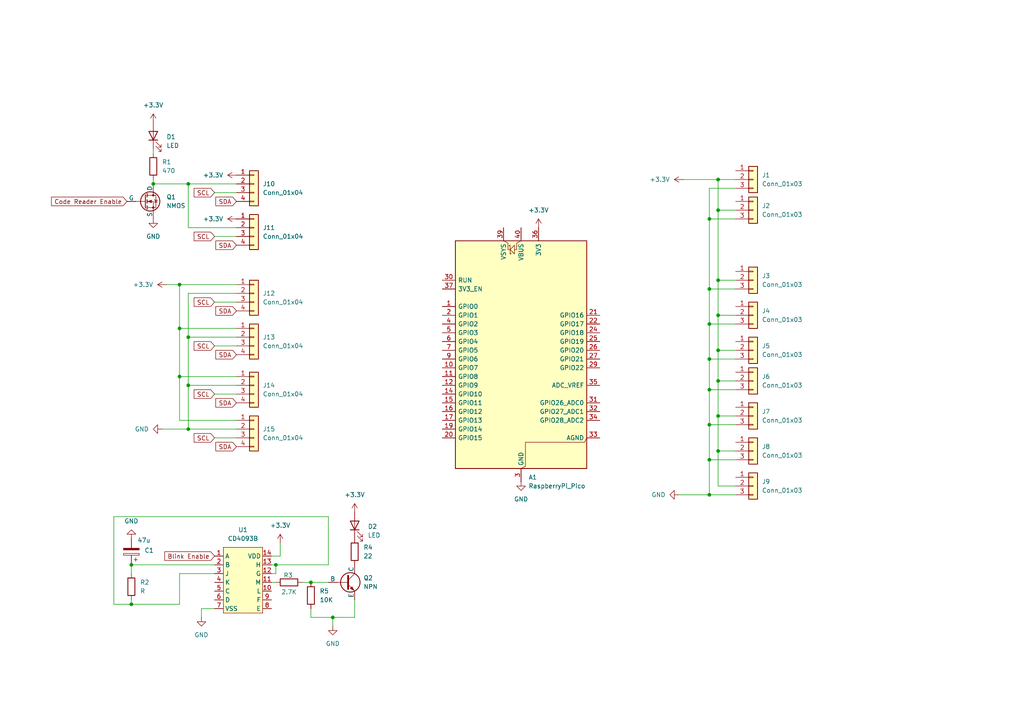
<source format=kicad_sch>
(kicad_sch (version 20250114) (generator "eeschema") (generator_version "9.0")
  (paper "A4")
  (lib_symbols
    (symbol "Component_Symbols:CD4093B"
      (property "Reference" "U" (at 0 0 0))
      (symbol "CD4093B_1_1"
        (rectangle (start -6.35 10.16) (end 5.08 -8.89) (fill (type background)))
        (pin input line (at -8.89 7.62 0) (length 2.54) (name "A") (number "1"))
        (pin input line (at -8.89 5.08 0) (length 2.54) (name "B") (number "2"))
        (pin output line (at -8.89 2.54 0) (length 2.54) (name "J") (number "3"))
        (pin output line (at -8.89 0 0) (length 2.54) (name "K") (number "4"))
        (pin input line (at -8.89 -2.54 0) (length 2.54) (name "C") (number "5"))
        (pin input line (at -8.89 -5.08 0) (length 2.54) (name "D") (number "6"))
        (pin input line (at -8.89 -7.62 0) (length 2.54) (name "VSS") (number "7"))
        (pin input line (at 7.62 7.62 180) (length 2.54) (name "VDD") (number "14"))
        (pin input line (at 7.62 5.08 180) (length 2.54) (name "H") (number "13"))
        (pin input line (at 7.62 2.54 180) (length 2.54) (name "G") (number "12"))
        (pin output line (at 7.62 0 180) (length 2.54) (name "M") (number "11"))
        (pin output line (at 7.62 -2.54 180) (length 2.54) (name "L") (number "10"))
        (pin input line (at 7.62 -5.08 180) (length 2.54) (name "F") (number "9"))
        (pin input line (at 7.62 -7.62 180) (length 2.54) (name "E") (number "8"))
      )
    )
    (symbol "Connector_Generic:Conn_01x03" (pin_names (offset 1.016) (hide yes))
      (property "Reference" "J" (at 0 5.08 0))
      (property "Value" "Conn_01x03" (at 0 -5.08 0))
      (symbol "Conn_01x03_1_1"
        (rectangle (start -1.27 3.81) (end 1.27 -3.81) (stroke (width 0.254)) (fill (type background)))
        (rectangle (start -1.27 2.667) (end 0 2.413) (stroke (width 0.1524)))
        (rectangle (start -1.27 0.127) (end 0 -0.127) (stroke (width 0.1524)))
        (rectangle (start -1.27 -2.413) (end 0 -2.667) (stroke (width 0.1524)))
        (pin passive line (at -5.08 2.54 0) (length 3.81) (name "Pin_1") (number "1"))
        (pin passive line (at -5.08 0 0) (length 3.81) (name "Pin_2") (number "2"))
        (pin passive line (at -5.08 -2.54 0) (length 3.81) (name "Pin_3") (number "3"))
      )
    )
    (symbol "Connector_Generic:Conn_01x04" (pin_names (offset 1.016) (hide yes))
      (property "Reference" "J" (at 0 5.08 0))
      (property "Value" "Conn_01x04" (at 0 -7.62 0))
      (symbol "Conn_01x04_1_1"
        (rectangle (start -1.27 3.81) (end 1.27 -6.35) (stroke (width 0.254)) (fill (type background)))
        (rectangle (start -1.27 2.667) (end 0 2.413) (stroke (width 0.1524)))
        (rectangle (start -1.27 0.127) (end 0 -0.127) (stroke (width 0.1524)))
        (rectangle (start -1.27 -2.413) (end 0 -2.667) (stroke (width 0.1524)))
        (rectangle (start -1.27 -4.953) (end 0 -5.207) (stroke (width 0.1524)))
        (pin passive line (at -5.08 2.54 0) (length 3.81) (name "Pin_1") (number "1"))
        (pin passive line (at -5.08 0 0) (length 3.81) (name "Pin_2") (number "2"))
        (pin passive line (at -5.08 -2.54 0) (length 3.81) (name "Pin_3") (number "3"))
        (pin passive line (at -5.08 -5.08 0) (length 3.81) (name "Pin_4") (number "4"))
      )
    )
    (symbol "Device:C_Polarized" (pin_numbers (hide yes)) (pin_names (offset 0.254))
      (property "Reference" "C" (at 0.635 2.54 0))
      (property "Value" "C_Polarized" (at 0.635 -2.54 0))
      (symbol "C_Polarized_0_1"
        (rectangle (start -2.286 0.508) (end 2.286 1.016))
        (polyline (pts (xy -1.778 2.286) (xy -0.762 2.286)))
        (polyline (pts (xy -1.27 2.794) (xy -1.27 1.778)))
        (rectangle (start 2.286 -0.508) (end -2.286 -1.016) (fill (type outline)))
      )
      (symbol "C_Polarized_1_1"
        (pin passive line (at 0 3.81 270) (length 2.794) (name "~") (number "1"))
        (pin passive line (at 0 -3.81 90) (length 2.794) (name "~") (number "2"))
      )
    )
    (symbol "Device:LED" (pin_numbers (hide yes)) (pin_names (offset 1.016) (hide yes))
      (property "Reference" "D" (at 0 2.54 0))
      (property "Value" "LED" (at 0 -2.54 0))
      (symbol "LED_0_1"
        (polyline (pts (xy -3.048 -0.762) (xy -4.572 -2.286) (xy -3.81 -2.286) (xy -4.572 -2.286) (xy -4.572 -1.524)))
        (polyline (pts (xy -1.778 -0.762) (xy -3.302 -2.286) (xy -2.54 -2.286) (xy -3.302 -2.286) (xy -3.302 -1.524)))
        (polyline (pts (xy -1.27 0) (xy 1.27 0)))
        (polyline (pts (xy -1.27 -1.27) (xy -1.27 1.27)) (stroke (width 0.254)))
        (polyline (pts (xy 1.27 -1.27) (xy 1.27 1.27) (xy -1.27 0) (xy 1.27 -1.27)) (stroke (width 0.254)))
      )
      (symbol "LED_1_1"
        (pin passive line (at -3.81 0 0) (length 2.54) (name "K") (number "1"))
        (pin passive line (at 3.81 0 180) (length 2.54) (name "A") (number "2"))
      )
    )
    (symbol "Device:R" (pin_numbers (hide yes)) (pin_names (offset 0))
      (property "Reference" "R" (at 2.032 0 90))
      (property "Value" "R" (at 0 0 90))
      (symbol "R_0_1"
        (rectangle (start -1.016 -2.54) (end 1.016 2.54) (stroke (width 0.254)))
      )
      (symbol "R_1_1"
        (pin passive line (at 0 3.81 270) (length 1.27) (name "~") (number "1"))
        (pin passive line (at 0 -3.81 90) (length 1.27) (name "~") (number "2"))
      )
    )
    (symbol "MCU_Module:RaspberryPi_Pico" (pin_names (offset 0.762))
      (property "Reference" "A" (at -19.05 35.56 0))
      (property "Value" "RaspberryPi_Pico" (at 7.62 35.56 0))
      (symbol "RaspberryPi_Pico_0_1"
        (rectangle (start -19.05 34.29) (end 19.05 -31.75) (stroke (width 0.254)) (fill (type background)))
        (polyline (pts (xy -5.08 34.29) (xy -3.81 33.655) (xy -3.81 31.75) (xy -3.175 31.75)))
        (polyline (pts (xy -3.429 32.766) (xy -3.429 33.02) (xy -3.175 33.02) (xy -3.175 30.48) (xy -2.921 30.48) (xy -2.921 30.734)))
        (polyline (pts (xy -3.175 31.75) (xy -1.905 33.02) (xy -1.905 30.48) (xy -3.175 31.75)))
        (polyline (pts (xy 0 34.29) (xy -1.27 33.655) (xy -1.27 31.75) (xy -1.905 31.75)))
        (polyline (pts (xy 0 -31.75) (xy 1.27 -31.115) (xy 1.27 -24.13) (xy 18.415 -24.13) (xy 19.05 -22.86)))
      )
      (symbol "RaspberryPi_Pico_1_1"
        (pin passive line (at -22.86 22.86 0) (length 3.81) (name "RUN") (number "30"))
        (pin passive line (at -22.86 20.32 0) (length 3.81) (name "3V3_EN") (number "37"))
        (pin bidirectional line (at -22.86 15.24 0) (length 3.81) (name "GPIO0") (number "1"))
        (pin bidirectional line (at -22.86 12.7 0) (length 3.81) (name "GPIO1") (number "2"))
        (pin bidirectional line (at -22.86 10.16 0) (length 3.81) (name "GPIO2") (number "4"))
        (pin bidirectional line (at -22.86 7.62 0) (length 3.81) (name "GPIO3") (number "5"))
        (pin bidirectional line (at -22.86 5.08 0) (length 3.81) (name "GPIO4") (number "6"))
        (pin bidirectional line (at -22.86 2.54 0) (length 3.81) (name "GPIO5") (number "7"))
        (pin bidirectional line (at -22.86 0 0) (length 3.81) (name "GPIO6") (number "9"))
        (pin bidirectional line (at -22.86 -2.54 0) (length 3.81) (name "GPIO7") (number "10"))
        (pin bidirectional line (at -22.86 -5.08 0) (length 3.81) (name "GPIO8") (number "11"))
        (pin bidirectional line (at -22.86 -7.62 0) (length 3.81) (name "GPIO9") (number "12"))
        (pin bidirectional line (at -22.86 -10.16 0) (length 3.81) (name "GPIO10") (number "14"))
        (pin bidirectional line (at -22.86 -12.7 0) (length 3.81) (name "GPIO11") (number "15"))
        (pin bidirectional line (at -22.86 -15.24 0) (length 3.81) (name "GPIO12") (number "16"))
        (pin bidirectional line (at -22.86 -17.78 0) (length 3.81) (name "GPIO13") (number "17"))
        (pin bidirectional line (at -22.86 -20.32 0) (length 3.81) (name "GPIO14") (number "19"))
        (pin bidirectional line (at -22.86 -22.86 0) (length 3.81) (name "GPIO15") (number "20"))
        (pin power_in line (at -5.08 38.1 270) (length 3.81) (name "VSYS") (number "39"))
        (pin power_out line (at 0 38.1 270) (length 3.81) (name "VBUS") (number "40"))
        (pin passive line (at 0 -35.56 90) (length 3.81) (hide yes) (name "GND") (number "13"))
        (pin passive line (at 0 -35.56 90) (length 3.81) (hide yes) (name "GND") (number "18"))
        (pin passive line (at 0 -35.56 90) (length 3.81) (hide yes) (name "GND") (number "23"))
        (pin passive line (at 0 -35.56 90) (length 3.81) (hide yes) (name "GND") (number "28"))
        (pin power_out line (at 0 -35.56 90) (length 3.81) (name "GND") (number "3"))
        (pin passive line (at 0 -35.56 90) (length 3.81) (hide yes) (name "GND") (number "38"))
        (pin passive line (at 0 -35.56 90) (length 3.81) (hide yes) (name "GND") (number "8"))
        (pin power_out line (at 5.08 38.1 270) (length 3.81) (name "3V3") (number "36"))
        (pin bidirectional line (at 22.86 12.7 180) (length 3.81) (name "GPIO16") (number "21"))
        (pin bidirectional line (at 22.86 10.16 180) (length 3.81) (name "GPIO17") (number "22"))
        (pin bidirectional line (at 22.86 7.62 180) (length 3.81) (name "GPIO18") (number "24"))
        (pin bidirectional line (at 22.86 5.08 180) (length 3.81) (name "GPIO19") (number "25"))
        (pin bidirectional line (at 22.86 2.54 180) (length 3.81) (name "GPIO20") (number "26"))
        (pin bidirectional line (at 22.86 0 180) (length 3.81) (name "GPIO21") (number "27"))
        (pin bidirectional line (at 22.86 -2.54 180) (length 3.81) (name "GPIO22") (number "29"))
        (pin power_in line (at 22.86 -7.62 180) (length 3.81) (name "ADC_VREF") (number "35"))
        (pin bidirectional line (at 22.86 -12.7 180) (length 3.81) (name "GPIO26_ADC0") (number "31"))
        (pin bidirectional line (at 22.86 -15.24 180) (length 3.81) (name "GPIO27_ADC1") (number "32"))
        (pin bidirectional line (at 22.86 -17.78 180) (length 3.81) (name "GPIO28_ADC2") (number "34"))
        (pin power_out line (at 22.86 -22.86 180) (length 3.81) (name "AGND") (number "33"))
      )
    )
    (symbol "Simulation_SPICE:NMOS" (pin_numbers (hide yes)) (pin_names (offset 0))
      (property "Reference" "Q" (at 5.08 1.27 0))
      (property "Value" "NMOS" (at 5.08 -1.27 0))
      (symbol "NMOS_0_1"
        (polyline (pts (xy 0.254 1.905) (xy 0.254 -1.905)) (stroke (width 0.254)))
        (polyline (pts (xy 0.254 0) (xy -2.54 0)))
        (polyline (pts (xy 0.762 2.286) (xy 0.762 1.27)) (stroke (width 0.254)))
        (polyline (pts (xy 0.762 0.508) (xy 0.762 -0.508)) (stroke (width 0.254)))
        (polyline (pts (xy 0.762 -1.27) (xy 0.762 -2.286)) (stroke (width 0.254)))
        (polyline (pts (xy 0.762 -1.778) (xy 3.302 -1.778) (xy 3.302 1.778) (xy 0.762 1.778)))
        (polyline (pts (xy 1.016 0) (xy 2.032 0.381) (xy 2.032 -0.381) (xy 1.016 0)) (fill (type outline)))
        (circle (center 1.651 0) (radius 2.794) (stroke (width 0.254)))
        (polyline (pts (xy 2.54 2.54) (xy 2.54 1.778)))
        (circle (center 2.54 1.778) (radius 0.254) (fill (type outline)))
        (circle (center 2.54 -1.778) (radius 0.254) (fill (type outline)))
        (polyline (pts (xy 2.54 -2.54) (xy 2.54 0) (xy 0.762 0)))
        (polyline (pts (xy 2.794 0.508) (xy 2.921 0.381) (xy 3.683 0.381) (xy 3.81 0.254)))
        (polyline (pts (xy 3.302 0.381) (xy 2.921 -0.254) (xy 3.683 -0.254) (xy 3.302 0.381)))
      )
      (symbol "NMOS_1_1"
        (pin input line (at -5.08 0 0) (length 2.54) (name "G") (number "2"))
        (pin passive line (at 2.54 5.08 270) (length 2.54) (name "D") (number "1"))
        (pin passive line (at 2.54 -5.08 90) (length 2.54) (name "S") (number "3"))
      )
    )
    (symbol "Simulation_SPICE:NPN" (pin_numbers (hide yes)) (pin_names (offset 0))
      (property "Reference" "Q" (at -2.54 7.62 0))
      (property "Value" "NPN" (at -2.54 5.08 0))
      (symbol "NPN_0_1"
        (polyline (pts (xy -2.54 0) (xy 0.635 0)) (stroke (width 0.1524)))
        (polyline (pts (xy 0.635 1.905) (xy 0.635 -1.905) (xy 0.635 -1.905)) (stroke (width 0.508)))
        (polyline (pts (xy 0.635 0.635) (xy 2.54 2.54)))
        (polyline (pts (xy 0.635 -0.635) (xy 2.54 -2.54) (xy 2.54 -2.54)))
        (circle (center 1.27 0) (radius 2.8194) (stroke (width 0.254)))
        (polyline (pts (xy 1.27 -1.778) (xy 1.778 -1.27) (xy 2.286 -2.286) (xy 1.27 -1.778) (xy 1.27 -1.778)) (fill (type outline)))
        (polyline (pts (xy 2.794 -1.27) (xy 2.794 -1.27)) (stroke (width 0.1524)))
        (polyline (pts (xy 2.794 -1.27) (xy 2.794 -1.27)) (stroke (width 0.1524)))
      )
      (symbol "NPN_1_1"
        (pin input line (at -5.08 0 0) (length 2.54) (name "B") (number "2"))
        (pin open_collector line (at 2.54 5.08 270) (length 2.54) (name "C") (number "1"))
        (pin open_emitter line (at 2.54 -5.08 90) (length 2.54) (name "E") (number "3"))
      )
    )
    (symbol "power:+3.3V" (power) (pin_numbers (hide yes)) (pin_names (offset 0) (hide yes))
      (property "Value" "+3.3V" (at 0 3.556 0))
      (symbol "+3.3V_0_1"
        (polyline (pts (xy -0.762 1.27) (xy 0 2.54)))
        (polyline (pts (xy 0 2.54) (xy 0.762 1.27)))
        (polyline (pts (xy 0 0) (xy 0 2.54)))
      )
      (symbol "+3.3V_1_1"
        (pin power_in line (at 0 0 90) (length 0) (name "~") (number "1"))
      )
    )
    (symbol "power:GND" (power) (pin_numbers (hide yes)) (pin_names (offset 0) (hide yes))
      (property "Value" "GND" (at 0 -3.81 0))
      (symbol "GND_0_1"
        (polyline (pts (xy 0 0) (xy 0 -1.27) (xy 1.27 -1.27) (xy 0 -2.54) (xy -1.27 -1.27) (xy 0 -1.27)))
      )
      (symbol "GND_1_1"
        (pin power_in line (at 0 0 270) (length 0) (name "~") (number "1"))
      )
    )
  )
  (junction (at 205.74 133.35))
  (junction (at 205.74 93.98))
  (junction (at 208.28 81.28))
  (junction (at 205.74 143.51))
  (junction (at 208.28 60.96))
  (junction (at 54.61 97.79))
  (junction (at 54.61 53.34))
  (junction (at 54.61 124.46))
  (junction (at 208.28 120.65))
  (junction (at 205.74 123.19))
  (junction (at 208.28 52.07))
  (junction (at 44.45 53.34))
  (junction (at 208.28 130.81))
  (junction (at 205.74 83.82))
  (junction (at 38.1 175.26))
  (junction (at 208.28 101.6))
  (junction (at 54.61 111.76))
  (junction (at 205.74 63.5))
  (junction (at 52.07 109.22))
  (junction (at 208.28 110.49))
  (junction (at 90.17 168.91))
  (junction (at 80.01 163.83))
  (junction (at 52.07 82.55))
  (junction (at 38.1 163.83))
  (junction (at 205.74 113.03))
  (junction (at 96.52 179.07))
  (junction (at 52.07 95.25))
  (junction (at 205.74 104.14))
  (junction (at 208.28 91.44))
  (wire (pts (xy 213.36 104.14) (xy 205.74 104.14)))
  (wire (pts (xy 68.58 111.76) (xy 54.61 111.76)))
  (wire (pts (xy 95.25 149.86) (xy 95.25 163.83)))
  (wire (pts (xy 54.61 124.46) (xy 54.61 111.76)))
  (wire (pts (xy 78.74 161.29) (xy 81.28 161.29)))
  (wire (pts (xy 213.36 60.96) (xy 208.28 60.96)))
  (wire (pts (xy 54.61 53.34) (xy 54.61 66.04)))
  (wire (pts (xy 54.61 97.79) (xy 68.58 97.79)))
  (wire (pts (xy 81.28 161.29) (xy 81.28 157.48)))
  (wire (pts (xy 208.28 91.44) (xy 208.28 101.6)))
  (wire (pts (xy 33.02 149.86) (xy 95.25 149.86)))
  (wire (pts (xy 213.36 110.49) (xy 208.28 110.49)))
  (wire (pts (xy 38.1 175.26) (xy 33.02 175.26)))
  (wire (pts (xy 80.01 168.91) (xy 78.74 168.91)))
  (wire (pts (xy 44.45 52.07) (xy 44.45 53.34)))
  (wire (pts (xy 62.23 127) (xy 68.58 127)))
  (wire (pts (xy 196.85 143.51) (xy 205.74 143.51)))
  (wire (pts (xy 44.45 43.18) (xy 44.45 44.45)))
  (wire (pts (xy 208.28 81.28) (xy 208.28 91.44)))
  (wire (pts (xy 80.01 166.37) (xy 78.74 166.37)))
  (wire (pts (xy 58.42 176.53) (xy 62.23 176.53)))
  (wire (pts (xy 68.58 124.46) (xy 54.61 124.46)))
  (wire (pts (xy 205.74 133.35) (xy 205.74 123.19)))
  (wire (pts (xy 205.74 113.03) (xy 205.74 104.14)))
  (wire (pts (xy 208.28 110.49) (xy 208.28 120.65)))
  (wire (pts (xy 52.07 95.25) (xy 68.58 95.25)))
  (wire (pts (xy 62.23 100.33) (xy 68.58 100.33)))
  (wire (pts (xy 213.36 101.6) (xy 208.28 101.6)))
  (wire (pts (xy 213.36 52.07) (xy 208.28 52.07)))
  (wire (pts (xy 102.87 179.07) (xy 96.52 179.07)))
  (wire (pts (xy 80.01 163.83) (xy 80.01 166.37)))
  (wire (pts (xy 102.87 173.99) (xy 102.87 179.07)))
  (wire (pts (xy 90.17 168.91) (xy 95.25 168.91)))
  (wire (pts (xy 205.74 104.14) (xy 205.74 93.98)))
  (wire (pts (xy 208.28 52.07) (xy 208.28 60.96)))
  (wire (pts (xy 96.52 181.61) (xy 96.52 179.07)))
  (wire (pts (xy 208.28 140.97) (xy 208.28 130.81)))
  (wire (pts (xy 38.1 166.37) (xy 38.1 163.83)))
  (wire (pts (xy 96.52 179.07) (xy 90.17 179.07)))
  (wire (pts (xy 198.12 52.07) (xy 208.28 52.07)))
  (wire (pts (xy 208.28 110.49) (xy 208.28 101.6)))
  (wire (pts (xy 38.1 175.26) (xy 52.07 175.26)))
  (wire (pts (xy 208.28 120.65) (xy 208.28 130.81)))
  (wire (pts (xy 52.07 166.37) (xy 62.23 166.37)))
  (wire (pts (xy 205.74 54.61) (xy 205.74 63.5)))
  (wire (pts (xy 213.36 130.81) (xy 208.28 130.81)))
  (wire (pts (xy 52.07 95.25) (xy 52.07 109.22)))
  (wire (pts (xy 62.23 55.88) (xy 68.58 55.88)))
  (wire (pts (xy 213.36 54.61) (xy 205.74 54.61)))
  (wire (pts (xy 90.17 179.07) (xy 90.17 176.53)))
  (wire (pts (xy 52.07 82.55) (xy 52.07 95.25)))
  (wire (pts (xy 68.58 109.22) (xy 52.07 109.22)))
  (wire (pts (xy 52.07 109.22) (xy 52.07 121.92)))
  (wire (pts (xy 213.36 81.28) (xy 208.28 81.28)))
  (wire (pts (xy 62.23 68.58) (xy 68.58 68.58)))
  (wire (pts (xy 208.28 60.96) (xy 208.28 81.28)))
  (wire (pts (xy 205.74 63.5) (xy 213.36 63.5)))
  (wire (pts (xy 46.99 124.46) (xy 54.61 124.46)))
  (wire (pts (xy 205.74 143.51) (xy 205.74 133.35)))
  (wire (pts (xy 205.74 93.98) (xy 213.36 93.98)))
  (wire (pts (xy 68.58 121.92) (xy 52.07 121.92)))
  (wire (pts (xy 213.36 140.97) (xy 208.28 140.97)))
  (wire (pts (xy 87.63 168.91) (xy 90.17 168.91)))
  (wire (pts (xy 62.23 114.3) (xy 68.58 114.3)))
  (wire (pts (xy 52.07 175.26) (xy 52.07 166.37)))
  (wire (pts (xy 68.58 82.55) (xy 52.07 82.55)))
  (wire (pts (xy 48.26 82.55) (xy 52.07 82.55)))
  (wire (pts (xy 208.28 91.44) (xy 213.36 91.44)))
  (wire (pts (xy 205.74 63.5) (xy 205.74 83.82)))
  (wire (pts (xy 205.74 83.82) (xy 205.74 93.98)))
  (wire (pts (xy 213.36 143.51) (xy 205.74 143.51)))
  (wire (pts (xy 33.02 175.26) (xy 33.02 149.86)))
  (wire (pts (xy 213.36 113.03) (xy 205.74 113.03)))
  (wire (pts (xy 54.61 85.09) (xy 54.61 97.79)))
  (wire (pts (xy 213.36 123.19) (xy 205.74 123.19)))
  (wire (pts (xy 58.42 176.53) (xy 58.42 179.07)))
  (wire (pts (xy 213.36 133.35) (xy 205.74 133.35)))
  (wire (pts (xy 213.36 120.65) (xy 208.28 120.65)))
  (wire (pts (xy 68.58 85.09) (xy 54.61 85.09)))
  (wire (pts (xy 95.25 163.83) (xy 80.01 163.83)))
  (wire (pts (xy 54.61 111.76) (xy 54.61 97.79)))
  (wire (pts (xy 38.1 175.26) (xy 38.1 173.99)))
  (wire (pts (xy 80.01 163.83) (xy 78.74 163.83)))
  (wire (pts (xy 38.1 163.83) (xy 62.23 163.83)))
  (wire (pts (xy 213.36 83.82) (xy 205.74 83.82)))
  (wire (pts (xy 54.61 66.04) (xy 68.58 66.04)))
  (wire (pts (xy 62.23 87.63) (xy 68.58 87.63)))
  (wire (pts (xy 44.45 53.34) (xy 54.61 53.34)))
  (wire (pts (xy 54.61 53.34) (xy 68.58 53.34)))
  (wire (pts (xy 205.74 123.19) (xy 205.74 113.03)))
  (global_label "Code Reader Enable" (shape input) (at 36.83 58.42 180) (property "Intersheetrefs" "${INTERSHEET_REFS}" (effects (hide yes))))
  (global_label "SDA" (shape input) (at 68.58 90.17 180) (property "Intersheetrefs" "${INTERSHEET_REFS}" (effects (hide yes))))
  (global_label "SCL" (shape input) (at 62.23 87.63 180) (property "Intersheetrefs" "${INTERSHEET_REFS}" (effects (hide yes))))
  (global_label "SDA" (shape input) (at 68.58 129.54 180) (property "Intersheetrefs" "${INTERSHEET_REFS}" (effects (hide yes))))
  (global_label "SCL" (shape input) (at 62.23 100.33 180) (property "Intersheetrefs" "${INTERSHEET_REFS}" (effects (hide yes))))
  (global_label "SDA" (shape input) (at 68.58 58.42 180) (property "Intersheetrefs" "${INTERSHEET_REFS}" (effects (hide yes))))
  (global_label "SCL" (shape input) (at 62.23 68.58 180) (property "Intersheetrefs" "${INTERSHEET_REFS}" (effects (hide yes))))
  (global_label "SDA" (shape input) (at 68.58 116.84 180) (property "Intersheetrefs" "${INTERSHEET_REFS}" (effects (hide yes))))
  (global_label "Blink Enable" (shape input) (at 62.23 161.29 180) (property "Intersheetrefs" "${INTERSHEET_REFS}" (effects (hide yes))))
  (global_label "SCL" (shape input) (at 62.23 55.88 180) (property "Intersheetrefs" "${INTERSHEET_REFS}" (effects (hide yes))))
  (global_label "SDA" (shape input) (at 68.58 71.12 180) (property "Intersheetrefs" "${INTERSHEET_REFS}" (effects (hide yes))))
  (global_label "SDA" (shape input) (at 68.58 102.87 180) (property "Intersheetrefs" "${INTERSHEET_REFS}" (effects (hide yes))))
  (global_label "SCL" (shape input) (at 62.23 114.3 180) (property "Intersheetrefs" "${INTERSHEET_REFS}" (effects (hide yes))))
  (global_label "SCL" (shape input) (at 62.23 127 180) (property "Intersheetrefs" "${INTERSHEET_REFS}" (effects (hide yes))))
  (symbol (lib_id "Connector_Generic:Conn_01x04") (at 73.66 85.09 0) (unit 1)
    (property "Reference" "J12" (at 76.2 85.0899 0) (effects (justify left)))
    (property "Value" "Conn_01x04" (at 76.2 87.6299 0) (effects (justify left)))
    (property "Description" "Generic connector, single row, 01x04, script generated (kicad-library-utils/schlib/autogen/connector/)" (effects (hide yes)))
  )
  (symbol (lib_id "Device:R") (at 83.82 168.91 90) (unit 1)
    (property "Reference" "R3" (at 83.566 166.878 90))
    (property "Value" "2.7K" (at 83.82 171.704 90))
    (property "Description" "Resistor" (effects (hide yes)))
  )
  (symbol (lib_id "Connector_Generic:Conn_01x03") (at 218.44 110.49 0) (unit 1)
    (property "Reference" "J6" (at 220.98 109.2199 0) (effects (justify left)))
    (property "Value" "Conn_01x03" (at 220.98 111.7599 0) (effects (justify left)))
    (property "Description" "Generic connector, single row, 01x03, script generated (kicad-library-utils/schlib/autogen/connector/)" (effects (hide yes)))
  )
  (symbol (lib_id "power:GND") (at 38.1 156.21 180) (unit 1)
    (property "Reference" "#PWR09" (effects (hide yes)))
    (property "Value" "GND" (at 38.1 151.13 0))
    (property "Description" "Power symbol creates a global label with name \"GND\" , ground" (effects (hide yes)))
  )
  (symbol (lib_id "power:GND") (at 96.52 181.61 0) (unit 1)
    (property "Reference" "#PWR010" (effects (hide yes)))
    (property "Value" "GND" (at 96.52 186.69 0))
    (property "Description" "Power symbol creates a global label with name \"GND\" , ground" (effects (hide yes)))
  )
  (symbol (lib_id "power:+3.3V") (at 81.28 157.48 0) (unit 1)
    (property "Reference" "#PWR08" (effects (hide yes)))
    (property "Value" "+3.3V" (at 81.28 152.4 0))
    (property "Description" "Power symbol creates a global label with name \"+3.3V\"" (effects (hide yes)))
  )
  (symbol (lib_id "Connector_Generic:Conn_01x03") (at 218.44 91.44 0) (unit 1)
    (property "Reference" "J4" (at 220.98 90.1699 0) (effects (justify left)))
    (property "Value" "Conn_01x03" (at 220.98 92.7099 0) (effects (justify left)))
    (property "Description" "Generic connector, single row, 01x03, script generated (kicad-library-utils/schlib/autogen/connector/)" (effects (hide yes)))
  )
  (symbol (lib_id "power:+3.3V") (at 156.21 66.04 0) (unit 1)
    (property "Reference" "#PWR01" (effects (hide yes)))
    (property "Value" "+3.3V" (at 156.21 60.96 0))
    (property "Description" "Power symbol creates a global label with name \"+3.3V\"" (effects (hide yes)))
  )
  (symbol (lib_id "Device:R") (at 90.17 172.72 0) (unit 1)
    (property "Reference" "R5" (at 92.71 171.4499 0) (effects (justify left)))
    (property "Value" "10K" (at 92.71 173.9899 0) (effects (justify left)))
    (property "Description" "Resistor" (effects (hide yes)))
  )
  (symbol (lib_id "power:+3.3V") (at 68.58 50.8 90) (unit 1)
    (property "Reference" "#PWR02" (effects (hide yes)))
    (property "Value" "+3.3V" (at 64.77 50.7999 90) (effects (justify left)))
    (property "Description" "Power symbol creates a global label with name \"+3.3V\"" (effects (hide yes)))
  )
  (symbol (lib_id "Simulation_SPICE:NMOS") (at 41.91 58.42 0) (unit 1)
    (property "Reference" "Q1" (at 48.26 57.1499 0) (effects (justify left)))
    (property "Value" "NMOS" (at 48.26 59.6899 0) (effects (justify left)))
    (property "Datasheet" "https://ngspice.sourceforge.io/docs/ngspice-html-manual/manual.xhtml#cha_MOSFETs" (effects (hide yes)))
    (property "Description" "N-MOSFET transistor, drain/source/gate" (effects (hide yes)))
    (property "Sim.Device" "NMOS" (effects (hide yes)))
    (property "Sim.Type" "VDMOS" (effects (hide yes)))
    (property "Sim.Pins" "1=D 2=G 3=S" (effects (hide yes)))
  )
  (symbol (lib_id "MCU_Module:RaspberryPi_Pico") (at 151.13 104.14 0) (unit 1)
    (property "Reference" "A1" (at 153.2733 138.43 0) (effects (justify left)))
    (property "Value" "RaspberryPi_Pico" (at 153.2733 140.97 0) (effects (justify left)))
    (property "Footprint" "Module:RaspberryPi_Pico_Common_Unspecified" (effects (hide yes)))
    (property "Datasheet" "https://datasheets.raspberrypi.com/pico/pico-datasheet.pdf" (effects (hide yes)))
    (property "Description" "Versatile and inexpensive microcontroller module powered by RP2040 dual-core Arm Cortex-M0+ processor up to 133 MHz, 264kB SRAM, 2MB QSPI flash; also supports Raspberry Pi Pico 2" (effects (hide yes)))
  )
  (symbol (lib_id "power:GND") (at 44.45 63.5 0) (unit 1)
    (property "Reference" "#PWR04" (effects (hide yes)))
    (property "Value" "GND" (at 44.45 68.58 0))
    (property "Description" "Power symbol creates a global label with name \"GND\" , ground" (effects (hide yes)))
  )
  (symbol (lib_id "power:+3.3V") (at 68.58 63.5 90) (unit 1)
    (property "Reference" "#PWR03" (effects (hide yes)))
    (property "Value" "+3.3V" (at 64.77 63.4999 90) (effects (justify left)))
    (property "Description" "Power symbol creates a global label with name \"+3.3V\"" (effects (hide yes)))
  )
  (symbol (lib_id "Connector_Generic:Conn_01x03") (at 218.44 52.07 0) (unit 1)
    (property "Reference" "J1" (at 220.98 50.7999 0) (effects (justify left)))
    (property "Value" "Conn_01x03" (at 220.98 53.3399 0) (effects (justify left)))
    (property "Description" "Generic connector, single row, 01x03, script generated (kicad-library-utils/schlib/autogen/connector/)" (effects (hide yes)))
  )
  (symbol (lib_id "power:GND") (at 58.42 179.07 0) (unit 1)
    (property "Reference" "#PWR07" (effects (hide yes)))
    (property "Value" "GND" (at 58.42 184.15 0))
    (property "Description" "Power symbol creates a global label with name \"GND\" , ground" (effects (hide yes)))
  )
  (symbol (lib_id "Device:LED") (at 44.45 39.37 90) (unit 1)
    (property "Reference" "D1" (at 48.26 39.6874 90) (effects (justify right)))
    (property "Value" "LED" (at 48.26 42.2274 90) (effects (justify right)))
    (property "Description" "Light emitting diode" (effects (hide yes)))
    (property "Sim.Pins" "1=K 2=A" (effects (hide yes)))
  )
  (symbol (lib_id "Connector_Generic:Conn_01x03") (at 218.44 140.97 0) (unit 1)
    (property "Reference" "J9" (at 220.98 139.6999 0) (effects (justify left)))
    (property "Value" "Conn_01x03" (at 220.98 142.2399 0) (effects (justify left)))
    (property "Description" "Generic connector, single row, 01x03, script generated (kicad-library-utils/schlib/autogen/connector/)" (effects (hide yes)))
  )
  (symbol (lib_id "power:+3.3V") (at 198.12 52.07 90) (unit 1)
    (property "Reference" "#PWR014" (effects (hide yes)))
    (property "Value" "+3.3V" (at 194.31 52.0699 90) (effects (justify left)))
    (property "Description" "Power symbol creates a global label with name \"+3.3V\"" (effects (hide yes)))
  )
  (symbol (lib_id "Connector_Generic:Conn_01x03") (at 218.44 130.81 0) (unit 1)
    (property "Reference" "J8" (at 220.98 129.5399 0) (effects (justify left)))
    (property "Value" "Conn_01x03" (at 220.98 132.0799 0) (effects (justify left)))
    (property "Description" "Generic connector, single row, 01x03, script generated (kicad-library-utils/schlib/autogen/connector/)" (effects (hide yes)))
  )
  (symbol (lib_id "Device:R") (at 38.1 170.18 0) (unit 1)
    (property "Reference" "R2" (at 40.64 168.9099 0) (effects (justify left)))
    (property "Value" "R" (at 40.64 171.4499 0) (effects (justify left)))
    (property "Description" "Resistor" (effects (hide yes)))
  )
  (symbol (lib_id "Connector_Generic:Conn_01x04") (at 73.66 97.79 0) (unit 1)
    (property "Reference" "J13" (at 76.2 97.7899 0) (effects (justify left)))
    (property "Value" "Conn_01x04" (at 76.2 100.3299 0) (effects (justify left)))
    (property "Description" "Generic connector, single row, 01x04, script generated (kicad-library-utils/schlib/autogen/connector/)" (effects (hide yes)))
  )
  (symbol (lib_id "Device:R") (at 102.87 160.02 0) (unit 1)
    (property "Reference" "R4" (at 105.41 158.7499 0) (effects (justify left)))
    (property "Value" "22" (at 105.41 161.2899 0) (effects (justify left)))
    (property "Description" "Resistor" (effects (hide yes)))
  )
  (symbol (lib_id "power:GND") (at 196.85 143.51 270) (unit 1)
    (property "Reference" "#PWR015" (effects (hide yes)))
    (property "Value" "GND" (at 193.04 143.5099 90) (effects (justify right)))
    (property "Description" "Power symbol creates a global label with name \"GND\" , ground" (effects (hide yes)))
  )
  (symbol (lib_id "Device:R") (at 44.45 48.26 0) (unit 1)
    (property "Reference" "R1" (at 46.99 46.9899 0) (effects (justify left)))
    (property "Value" "470" (at 46.99 49.5299 0) (effects (justify left)))
    (property "Description" "Resistor" (effects (hide yes)))
  )
  (symbol (lib_id "power:+3.3V") (at 44.45 35.56 0) (unit 1)
    (property "Reference" "#PWR06" (effects (hide yes)))
    (property "Value" "+3.3V" (at 44.45 30.48 0))
    (property "Description" "Power symbol creates a global label with name \"+3.3V\"" (effects (hide yes)))
  )
  (symbol (lib_id "Connector_Generic:Conn_01x03") (at 218.44 81.28 0) (unit 1)
    (property "Reference" "J3" (at 220.98 80.0099 0) (effects (justify left)))
    (property "Value" "Conn_01x03" (at 220.98 82.5499 0) (effects (justify left)))
    (property "Description" "Generic connector, single row, 01x03, script generated (kicad-library-utils/schlib/autogen/connector/)" (effects (hide yes)))
  )
  (symbol (lib_id "power:GND") (at 46.99 124.46 270) (unit 1)
    (property "Reference" "#PWR013" (effects (hide yes)))
    (property "Value" "GND" (at 43.18 124.4599 90) (effects (justify right)))
    (property "Description" "Power symbol creates a global label with name \"GND\" , ground" (effects (hide yes)))
  )
  (symbol (lib_id "Connector_Generic:Conn_01x04") (at 73.66 53.34 0) (unit 1)
    (property "Reference" "J10" (at 76.2 53.3399 0) (effects (justify left)))
    (property "Value" "Conn_01x04" (at 76.2 55.8799 0) (effects (justify left)))
    (property "Description" "Generic connector, single row, 01x04, script generated (kicad-library-utils/schlib/autogen/connector/)" (effects (hide yes)))
  )
  (symbol (lib_id "Simulation_SPICE:NPN") (at 100.33 168.91 0) (unit 1)
    (property "Reference" "Q2" (at 105.41 167.6399 0) (effects (justify left)))
    (property "Value" "NPN" (at 105.41 170.1799 0) (effects (justify left)))
    (property "Datasheet" "https://ngspice.sourceforge.io/docs/ngspice-html-manual/manual.xhtml#cha_BJTs" (effects (hide yes)))
    (property "Description" "Bipolar transistor symbol for simulation only, substrate tied to the emitter" (effects (hide yes)))
    (property "Sim.Device" "NPN" (effects (hide yes)))
    (property "Sim.Type" "GUMMELPOON" (effects (hide yes)))
    (property "Sim.Pins" "1=C 2=B 3=E" (effects (hide yes)))
  )
  (symbol (lib_id "Connector_Generic:Conn_01x03") (at 218.44 60.96 0) (unit 1)
    (property "Reference" "J2" (at 220.98 59.6899 0) (effects (justify left)))
    (property "Value" "Conn_01x03" (at 220.98 62.2299 0) (effects (justify left)))
    (property "Description" "Generic connector, single row, 01x03, script generated (kicad-library-utils/schlib/autogen/connector/)" (effects (hide yes)))
  )
  (symbol (lib_id "Connector_Generic:Conn_01x04") (at 73.66 66.04 0) (unit 1)
    (property "Reference" "J11" (at 76.2 66.0399 0) (effects (justify left)))
    (property "Value" "Conn_01x04" (at 76.2 68.5799 0) (effects (justify left)))
    (property "Description" "Generic connector, single row, 01x04, script generated (kicad-library-utils/schlib/autogen/connector/)" (effects (hide yes)))
  )
  (symbol (lib_id "Connector_Generic:Conn_01x04") (at 73.66 124.46 0) (unit 1)
    (property "Reference" "J15" (at 76.2 124.4599 0) (effects (justify left)))
    (property "Value" "Conn_01x04" (at 76.2 126.9999 0) (effects (justify left)))
    (property "Description" "Generic connector, single row, 01x04, script generated (kicad-library-utils/schlib/autogen/connector/)" (effects (hide yes)))
  )
  (symbol (lib_id "power:+3.3V") (at 48.26 82.55 90) (unit 1)
    (property "Reference" "#PWR012" (effects (hide yes)))
    (property "Value" "+3.3V" (at 44.45 82.5499 90) (effects (justify left)))
    (property "Description" "Power symbol creates a global label with name \"+3.3V\"" (effects (hide yes)))
  )
  (symbol (lib_id "Device:LED") (at 102.87 152.4 90) (unit 1)
    (property "Reference" "D2" (at 106.68 152.7174 90) (effects (justify right)))
    (property "Value" "LED" (at 106.68 155.2574 90) (effects (justify right)))
    (property "Description" "Light emitting diode" (effects (hide yes)))
    (property "Sim.Pins" "1=K 2=A" (effects (hide yes)))
  )
  (symbol (lib_id "power:+3.3V") (at 102.87 148.59 0) (unit 1)
    (property "Reference" "#PWR011" (effects (hide yes)))
    (property "Value" "+3.3V" (at 102.87 143.51 0))
    (property "Description" "Power symbol creates a global label with name \"+3.3V\"" (effects (hide yes)))
  )
  (symbol (lib_id "Connector_Generic:Conn_01x04") (at 73.66 111.76 0) (unit 1)
    (property "Reference" "J14" (at 76.2 111.7599 0) (effects (justify left)))
    (property "Value" "Conn_01x04" (at 76.2 114.2999 0) (effects (justify left)))
    (property "Description" "Generic connector, single row, 01x04, script generated (kicad-library-utils/schlib/autogen/connector/)" (effects (hide yes)))
  )
  (symbol (lib_id "Connector_Generic:Conn_01x03") (at 218.44 120.65 0) (unit 1)
    (property "Reference" "J7" (at 220.98 119.3799 0) (effects (justify left)))
    (property "Value" "Conn_01x03" (at 220.98 121.9199 0) (effects (justify left)))
    (property "Description" "Generic connector, single row, 01x03, script generated (kicad-library-utils/schlib/autogen/connector/)" (effects (hide yes)))
  )
  (symbol (lib_id "Device:C_Polarized") (at 38.1 160.02 180) (unit 1)
    (property "Reference" "C1" (at 41.91 159.6389 0) (effects (justify right)))
    (property "Value" "47u" (at 39.878 156.718 0) (effects (justify right)))
    (property "Description" "Polarized capacitor" (effects (hide yes)))
  )
  (symbol (lib_id "power:GND") (at 151.13 139.7 0) (unit 1)
    (property "Reference" "#PWR05" (effects (hide yes)))
    (property "Value" "GND" (at 151.13 144.78 0))
    (property "Description" "Power symbol creates a global label with name \"GND\" , ground" (effects (hide yes)))
  )
  (symbol (lib_id "Connector_Generic:Conn_01x03") (at 218.44 101.6 0) (unit 1)
    (property "Reference" "J5" (at 220.98 100.3299 0) (effects (justify left)))
    (property "Value" "Conn_01x03" (at 220.98 102.8699 0) (effects (justify left)))
    (property "Description" "Generic connector, single row, 01x03, script generated (kicad-library-utils/schlib/autogen/connector/)" (effects (hide yes)))
  )
  (symbol (lib_id "Component_Symbols:CD4093B") (at 71.12 168.91 0) (unit 1)
    (property "Reference" "U1" (at 70.485 153.67 0))
    (property "Value" "CD4093B" (at 70.485 156.21 0))
  )
)
</source>
